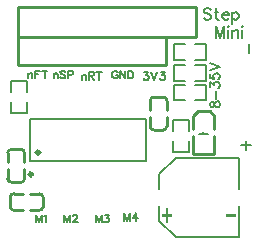
<source format=gto>
G04 Layer: TopSilkscreenLayer*
G04 EasyEDA v6.5.42, 2024-05-25 08:47:02*
G04 c832b5f5d920414fa9447ed0a7611263,2865ae9118a24060a17af6d01c9bcc73,10*
G04 Gerber Generator version 0.2*
G04 Scale: 100 percent, Rotated: No, Reflected: No *
G04 Dimensions in millimeters *
G04 leading zeros omitted , absolute positions ,4 integer and 5 decimal *
%FSLAX45Y45*%
%MOMM*%

%ADD10C,0.2032*%
%ADD11C,0.2540*%
%ADD12C,0.1524*%
%ADD13C,0.2030*%
%ADD14C,0.3000*%
%ADD15C,0.0150*%

%LPD*%
D10*
X1691893Y-1398523D02*
G01*
X1691891Y-1480565D01*
X1651000Y-1439418D02*
G01*
X1732788Y-1439418D01*
X1718818Y-660400D02*
G01*
X1718818Y-578612D01*
X1392427Y-1099312D02*
G01*
X1395984Y-1110234D01*
X1403350Y-1114044D01*
X1410715Y-1114044D01*
X1417827Y-1110234D01*
X1421638Y-1103121D01*
X1425193Y-1088389D01*
X1428750Y-1077721D01*
X1436115Y-1070355D01*
X1443481Y-1066800D01*
X1454404Y-1066800D01*
X1461515Y-1070355D01*
X1465325Y-1073912D01*
X1468881Y-1084834D01*
X1468881Y-1099312D01*
X1465325Y-1110234D01*
X1461515Y-1114044D01*
X1454404Y-1117600D01*
X1443481Y-1117600D01*
X1436115Y-1114044D01*
X1428750Y-1106678D01*
X1425193Y-1095755D01*
X1421638Y-1081278D01*
X1417827Y-1073912D01*
X1410715Y-1070355D01*
X1403350Y-1070355D01*
X1395984Y-1073912D01*
X1392427Y-1084834D01*
X1392427Y-1099312D01*
X1436115Y-1042670D02*
G01*
X1436115Y-977137D01*
X1392427Y-945895D02*
G01*
X1392427Y-906018D01*
X1421638Y-927862D01*
X1421638Y-916939D01*
X1425193Y-909573D01*
X1428750Y-906018D01*
X1439672Y-902207D01*
X1447038Y-902207D01*
X1457959Y-906018D01*
X1465325Y-913129D01*
X1468881Y-924052D01*
X1468881Y-934973D01*
X1465325Y-945895D01*
X1461515Y-949705D01*
X1454404Y-953262D01*
X1392427Y-834644D02*
G01*
X1392427Y-870965D01*
X1425193Y-874776D01*
X1421638Y-870965D01*
X1417827Y-860044D01*
X1417827Y-849121D01*
X1421638Y-838454D01*
X1428750Y-831087D01*
X1439672Y-827531D01*
X1447038Y-827531D01*
X1457959Y-831087D01*
X1465325Y-838454D01*
X1468881Y-849121D01*
X1468881Y-860044D01*
X1465325Y-870965D01*
X1461515Y-874776D01*
X1454404Y-878331D01*
X1392427Y-803402D02*
G01*
X1468881Y-774445D01*
X1392427Y-745236D02*
G01*
X1468881Y-774445D01*
X-88900Y-2024887D02*
G01*
X-88900Y-2091689D01*
X-88900Y-2024887D02*
G01*
X-63500Y-2091689D01*
X-38100Y-2024887D02*
G01*
X-63500Y-2091689D01*
X-38100Y-2024887D02*
G01*
X-38100Y-2091689D01*
X-17018Y-2037587D02*
G01*
X-10668Y-2034286D01*
X-1015Y-2024887D01*
X-1015Y-2091689D01*
X152400Y-2024887D02*
G01*
X152400Y-2091689D01*
X152400Y-2024887D02*
G01*
X177800Y-2091689D01*
X203200Y-2024887D02*
G01*
X177800Y-2091689D01*
X203200Y-2024887D02*
G01*
X203200Y-2091689D01*
X227584Y-2040889D02*
G01*
X227584Y-2037587D01*
X230631Y-2031237D01*
X233934Y-2027936D01*
X240284Y-2024887D01*
X252984Y-2024887D01*
X259334Y-2027936D01*
X262381Y-2031237D01*
X265684Y-2037587D01*
X265684Y-2043937D01*
X262381Y-2050287D01*
X256031Y-2059939D01*
X224281Y-2091689D01*
X268731Y-2091689D01*
X418998Y-2024786D02*
G01*
X418998Y-2091588D01*
X418998Y-2024786D02*
G01*
X444652Y-2091588D01*
X470052Y-2024786D02*
G01*
X444652Y-2091588D01*
X470052Y-2024786D02*
G01*
X470052Y-2091588D01*
X497484Y-2024786D02*
G01*
X532282Y-2024786D01*
X513232Y-2050186D01*
X522884Y-2050186D01*
X529234Y-2053488D01*
X532282Y-2056790D01*
X535584Y-2066188D01*
X535584Y-2072538D01*
X532282Y-2082190D01*
X525932Y-2088540D01*
X516534Y-2091588D01*
X506882Y-2091588D01*
X497484Y-2088540D01*
X494182Y-2085238D01*
X490880Y-2078888D01*
X1397254Y-293623D02*
G01*
X1388109Y-284734D01*
X1374393Y-280162D01*
X1356106Y-280162D01*
X1342643Y-284734D01*
X1333500Y-293623D01*
X1333500Y-302768D01*
X1338072Y-311912D01*
X1342643Y-316484D01*
X1351788Y-321055D01*
X1378965Y-330200D01*
X1388109Y-334518D01*
X1392681Y-339089D01*
X1397254Y-348234D01*
X1397254Y-361950D01*
X1388109Y-371094D01*
X1374393Y-375665D01*
X1356106Y-375665D01*
X1342643Y-371094D01*
X1333500Y-361950D01*
X1440688Y-280162D02*
G01*
X1440688Y-357378D01*
X1445259Y-371094D01*
X1454404Y-375665D01*
X1463547Y-375665D01*
X1427225Y-311912D02*
G01*
X1458975Y-311912D01*
X1493520Y-339089D02*
G01*
X1548129Y-339089D01*
X1548129Y-330200D01*
X1543558Y-321055D01*
X1538986Y-316484D01*
X1529841Y-311912D01*
X1516125Y-311912D01*
X1507236Y-316484D01*
X1498091Y-325628D01*
X1493520Y-339089D01*
X1493520Y-348234D01*
X1498091Y-361950D01*
X1507236Y-371094D01*
X1516125Y-375665D01*
X1529841Y-375665D01*
X1538986Y-371094D01*
X1548129Y-361950D01*
X1578102Y-311912D02*
G01*
X1578102Y-407415D01*
X1578102Y-325628D02*
G01*
X1587245Y-316484D01*
X1596136Y-311912D01*
X1609852Y-311912D01*
X1618995Y-316484D01*
X1628140Y-325628D01*
X1632711Y-339089D01*
X1632711Y-348234D01*
X1628140Y-361950D01*
X1618995Y-371094D01*
X1609852Y-375665D01*
X1596136Y-375665D01*
X1587245Y-371094D01*
X1578102Y-361950D01*
X831850Y-818387D02*
G01*
X866902Y-818387D01*
X847852Y-843787D01*
X857250Y-843787D01*
X863600Y-847089D01*
X866902Y-850137D01*
X869950Y-859789D01*
X869950Y-866139D01*
X866902Y-875537D01*
X860552Y-881887D01*
X850900Y-885189D01*
X841502Y-885189D01*
X831850Y-881887D01*
X828802Y-878839D01*
X825500Y-872489D01*
X891031Y-818387D02*
G01*
X916431Y-885189D01*
X941831Y-818387D02*
G01*
X916431Y-885189D01*
X969263Y-818387D02*
G01*
X1004315Y-818387D01*
X985265Y-843787D01*
X994663Y-843787D01*
X1001013Y-847089D01*
X1004315Y-850137D01*
X1007618Y-859789D01*
X1007618Y-866139D01*
X1004315Y-875537D01*
X997965Y-881887D01*
X988313Y-885189D01*
X978915Y-885189D01*
X969263Y-881887D01*
X966215Y-878839D01*
X962913Y-872489D01*
X-152400Y-828039D02*
G01*
X-152400Y-872489D01*
X-152400Y-840739D02*
G01*
X-142747Y-831087D01*
X-136397Y-828039D01*
X-127000Y-828039D01*
X-120650Y-831087D01*
X-117347Y-840739D01*
X-117347Y-872489D01*
X-96520Y-805687D02*
G01*
X-96520Y-872489D01*
X-96520Y-805687D02*
G01*
X-55118Y-805687D01*
X-96520Y-837437D02*
G01*
X-70865Y-837437D01*
X-11684Y-805687D02*
G01*
X-11684Y-872489D01*
X-34036Y-805687D02*
G01*
X10413Y-805687D01*
X63500Y-828039D02*
G01*
X63500Y-872489D01*
X63500Y-840739D02*
G01*
X73152Y-831087D01*
X79502Y-828039D01*
X88900Y-828039D01*
X95250Y-831087D01*
X98552Y-840739D01*
X98552Y-872489D01*
X164084Y-815086D02*
G01*
X157734Y-808736D01*
X148081Y-805687D01*
X135381Y-805687D01*
X125984Y-808736D01*
X119379Y-815086D01*
X119379Y-821689D01*
X122681Y-828039D01*
X125984Y-831087D01*
X132334Y-834389D01*
X151384Y-840739D01*
X157734Y-843787D01*
X160781Y-847089D01*
X164084Y-853439D01*
X164084Y-862837D01*
X157734Y-869187D01*
X148081Y-872489D01*
X135381Y-872489D01*
X125984Y-869187D01*
X119379Y-862837D01*
X185165Y-805687D02*
G01*
X185165Y-872489D01*
X185165Y-805687D02*
G01*
X213613Y-805687D01*
X223265Y-808736D01*
X226313Y-812037D01*
X229615Y-818387D01*
X229615Y-828039D01*
X226313Y-834389D01*
X223265Y-837437D01*
X213613Y-840739D01*
X185165Y-840739D01*
X304800Y-840739D02*
G01*
X304800Y-885189D01*
X304800Y-853439D02*
G01*
X314452Y-843787D01*
X320802Y-840739D01*
X330200Y-840739D01*
X336550Y-843787D01*
X339852Y-853439D01*
X339852Y-885189D01*
X360679Y-818387D02*
G01*
X360679Y-885189D01*
X360679Y-818387D02*
G01*
X389381Y-818387D01*
X399034Y-821436D01*
X402081Y-824737D01*
X405384Y-831087D01*
X405384Y-837437D01*
X402081Y-843787D01*
X399034Y-847089D01*
X389381Y-850137D01*
X360679Y-850137D01*
X383031Y-850137D02*
G01*
X405384Y-885189D01*
X448563Y-818387D02*
G01*
X448563Y-885189D01*
X426465Y-818387D02*
G01*
X470915Y-818387D01*
X606552Y-821689D02*
G01*
X603250Y-815086D01*
X596900Y-808736D01*
X590550Y-805687D01*
X577850Y-805687D01*
X571500Y-808736D01*
X565150Y-815086D01*
X562102Y-821689D01*
X558800Y-831087D01*
X558800Y-847089D01*
X562102Y-856487D01*
X565150Y-862837D01*
X571500Y-869187D01*
X577850Y-872489D01*
X590550Y-872489D01*
X596900Y-869187D01*
X603250Y-862837D01*
X606552Y-856487D01*
X606552Y-847089D01*
X590550Y-847089D02*
G01*
X606552Y-847089D01*
X627634Y-805687D02*
G01*
X627634Y-872489D01*
X627634Y-805687D02*
G01*
X672084Y-872489D01*
X672084Y-805687D02*
G01*
X672084Y-872489D01*
X693165Y-805687D02*
G01*
X693165Y-872489D01*
X693165Y-805687D02*
G01*
X715263Y-805687D01*
X724915Y-808736D01*
X731265Y-815086D01*
X734313Y-821689D01*
X737615Y-831087D01*
X737615Y-847089D01*
X734313Y-856487D01*
X731265Y-862837D01*
X724915Y-869187D01*
X715263Y-872489D01*
X693165Y-872489D01*
X660435Y-2012055D02*
G01*
X660435Y-2078857D01*
X660435Y-2012055D02*
G01*
X685835Y-2078857D01*
X711235Y-2012055D02*
G01*
X685835Y-2078857D01*
X711235Y-2012055D02*
G01*
X711235Y-2078857D01*
X764067Y-2012055D02*
G01*
X732317Y-2056759D01*
X780069Y-2056759D01*
X764067Y-2012055D02*
G01*
X764067Y-2078857D01*
X1435100Y-432562D02*
G01*
X1435100Y-528065D01*
X1435100Y-432562D02*
G01*
X1471422Y-528065D01*
X1507743Y-432562D02*
G01*
X1471422Y-528065D01*
X1507743Y-432562D02*
G01*
X1507743Y-528065D01*
X1537715Y-432562D02*
G01*
X1542288Y-437134D01*
X1546859Y-432562D01*
X1542288Y-427989D01*
X1537715Y-432562D01*
X1542288Y-464312D02*
G01*
X1542288Y-528065D01*
X1576831Y-464312D02*
G01*
X1576831Y-528065D01*
X1576831Y-482600D02*
G01*
X1590547Y-468884D01*
X1599691Y-464312D01*
X1613408Y-464312D01*
X1622297Y-468884D01*
X1626870Y-482600D01*
X1626870Y-528065D01*
X1656841Y-432562D02*
G01*
X1661413Y-437134D01*
X1665986Y-432562D01*
X1661413Y-427989D01*
X1656841Y-432562D01*
X1661413Y-464312D02*
G01*
X1661413Y-528065D01*
G36*
X1526387Y-2021484D02*
G01*
X1526387Y-2041296D01*
X1605584Y-2041296D01*
X1605584Y-2021484D01*
G37*
G36*
X985215Y-2021484D02*
G01*
X985215Y-2041296D01*
X1064412Y-2041296D01*
X1064412Y-2021484D01*
G37*
G36*
X1014882Y-1965401D02*
G01*
X1014882Y-2097379D01*
X1034694Y-2097379D01*
X1034694Y-1965401D01*
G37*
D11*
X1016000Y-520700D02*
G01*
X-241300Y-521207D01*
X-241300Y-266700D02*
G01*
X-241300Y-266700D01*
X1270000Y-266700D01*
X1270000Y-520700D01*
X1016000Y-520700D01*
X1016000Y-762000D01*
X-228600Y-762000D01*
X-241300Y-762000D01*
X-241300Y-266700D01*
D12*
X-137020Y-1574126D02*
G01*
X-137020Y-1219847D01*
X848220Y-1219847D01*
X848220Y-1574126D01*
X-137020Y-1574126D01*
D11*
X1247140Y-1510029D02*
G01*
X1419859Y-1510029D01*
X1419859Y-1510029D02*
G01*
X1419859Y-1362710D01*
X1247140Y-1510029D02*
G01*
X1247140Y-1362710D01*
X1419859Y-1304289D02*
G01*
X1419859Y-1187450D01*
X1247140Y-1301750D02*
G01*
X1247140Y-1187450D01*
X1247140Y-1187450D02*
G01*
X1282700Y-1151889D01*
X1384300Y-1151889D01*
X1419859Y-1187450D01*
D13*
X1292859Y-1341120D02*
G01*
X1371600Y-1341120D01*
X1332704Y-1341120D02*
G01*
X1332704Y-1323583D01*
D12*
X1209060Y-1316278D02*
G01*
X1209060Y-1220391D01*
X1076939Y-1220391D01*
X1076939Y-1316278D01*
X1209060Y-1401521D02*
G01*
X1209060Y-1497408D01*
X1076939Y-1497408D01*
X1076939Y-1401521D01*
X1630961Y-1953526D02*
G01*
X1632965Y-2217165D01*
X1097279Y-2217165D01*
X957834Y-2077720D01*
X959170Y-1948179D01*
X1632348Y-1808830D02*
G01*
X1633016Y-1541983D01*
X1097396Y-1541983D01*
X957783Y-1681596D01*
X957783Y-1811020D01*
X1176578Y-581639D02*
G01*
X1080691Y-581639D01*
X1080691Y-713760D01*
X1176578Y-713760D01*
X1261821Y-581639D02*
G01*
X1357708Y-581639D01*
X1357708Y-713760D01*
X1261821Y-713760D01*
X1176578Y-759439D02*
G01*
X1080691Y-759439D01*
X1080691Y-891560D01*
X1176578Y-891560D01*
X1261821Y-759439D02*
G01*
X1357708Y-759439D01*
X1357708Y-891560D01*
X1261821Y-891560D01*
X1176578Y-924539D02*
G01*
X1080691Y-924539D01*
X1080691Y-1056660D01*
X1176578Y-1056660D01*
X1261821Y-924539D02*
G01*
X1357708Y-924539D01*
X1357708Y-1056660D01*
X1261821Y-1056660D01*
X-294660Y-1071321D02*
G01*
X-294660Y-1167208D01*
X-162539Y-1167208D01*
X-162539Y-1071321D01*
X-294660Y-986078D02*
G01*
X-294660Y-890191D01*
X-162539Y-890191D01*
X-162539Y-986078D01*
D11*
X-214022Y-1751901D02*
G01*
X-294025Y-1751901D01*
X-183037Y-1640926D02*
G01*
X-183037Y-1720923D01*
X-325003Y-1640926D02*
G01*
X-325003Y-1720923D01*
X-182455Y-1583336D02*
G01*
X-182455Y-1503337D01*
X-213438Y-1472354D02*
G01*
X-293436Y-1472354D01*
X-324416Y-1583336D02*
G01*
X-324416Y-1503337D01*
X-304101Y-1957677D02*
G01*
X-304101Y-1877674D01*
X-193126Y-1988662D02*
G01*
X-273123Y-1988662D01*
X-193126Y-1846696D02*
G01*
X-273123Y-1846696D01*
X-135536Y-1989244D02*
G01*
X-55537Y-1989244D01*
X-24554Y-1958261D02*
G01*
X-24554Y-1878263D01*
X-135536Y-1847283D02*
G01*
X-55537Y-1847283D01*
X912522Y-1029398D02*
G01*
X992525Y-1029398D01*
X881537Y-1140373D02*
G01*
X881537Y-1060376D01*
X1023503Y-1140373D02*
G01*
X1023503Y-1060376D01*
X880955Y-1197963D02*
G01*
X880955Y-1277962D01*
X911938Y-1308945D02*
G01*
X991936Y-1308945D01*
X1022916Y-1197963D02*
G01*
X1022916Y-1277962D01*
G75*
G01*
X-213439Y-1472349D02*
G02*
X-182456Y-1503332I0J-30983D01*
G75*
G01*
X-324422Y-1503332D02*
G02*
X-293436Y-1472349I30983J0D01*
G75*
G01*
X-183037Y-1720919D02*
G02*
X-214023Y-1751901I-30983J0D01*
G75*
G01*
X-294020Y-1751901D02*
G02*
X-325003Y-1720919I0J30982D01*
G75*
G01*
X-24549Y-1958261D02*
G02*
X-55532Y-1989244I-30983J0D01*
G75*
G01*
X-55532Y-1847278D02*
G02*
X-24549Y-1878264I0J-30983D01*
G75*
G01*
X-273119Y-1988663D02*
G02*
X-304101Y-1957677I0J30983D01*
G75*
G01*
X-304101Y-1877680D02*
G02*
X-273119Y-1846697I30982J0D01*
G75*
G01*
X911939Y-1308951D02*
G02*
X880956Y-1277968I0J30983D01*
G75*
G01*
X1022922Y-1277968D02*
G02*
X991936Y-1308951I-30983J0D01*
G75*
G01*
X881537Y-1060381D02*
G02*
X912523Y-1029399I30983J0D01*
G75*
G01*
X992520Y-1029399D02*
G02*
X1023503Y-1060381I0J-30982D01*
D14*
G75*
G01
X-51892Y-1498905D02*
G03X-51892Y-1498905I-15011J0D01*
G75*
G01
X-114275Y-1683588D02*
G03X-114275Y-1683588I-15011J0D01*
M02*

</source>
